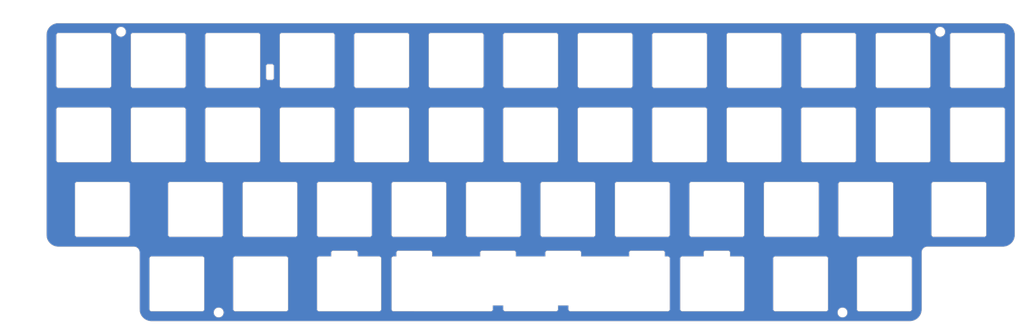
<source format=kicad_pcb>
(kicad_pcb (version 20221018) (generator pcbnew)
  (layers (0 "F.Cu" signal) (31 "B.Cu" signal) (34 "B.Paste" user) (35 "F.Paste" user) (36 "B.SilkS" user "B.Silkscreen") (37 "F.SilkS" user "F.Silkscreen") (38 "B.Mask" user) (39 "F.Mask" user) (44 "Edge.Cuts" user))
  (net 0 "")
  (gr_curve (pts (xy 192.37165 121.276605) (xy 192.095508 121.276605) (xy 191.87165 121.052748) (xy 191.87165 120.776605)) (stroke (width 0.09)) (layer "Edge.Cuts"))
  (gr_curve (pts (xy 198.691039 63.625605) (xy 198.691039 63.901748) (xy 198.467181 64.125605) (xy 198.191039 64.125605)) (stroke (width 0.09)) (layer "Edge.Cuts"))
  (gr_curve (pts (xy 232.31611 88.725605) (xy 232.31611 88.449462) (xy 232.539967 88.225605) (xy 232.81611 88.225605)) (stroke (width 0.09)) (layer "Edge.Cuts"))
  (gr_curve (pts (xy 274.891039 82.675605) (xy 274.891039 82.951748) (xy 274.667181 83.175605) (xy 274.391039 83.175605)) (stroke (width 0.09)) (layer "Edge.Cuts"))
  (gr_line (start 255.841039 69.675605) (end 255.841039 82.675605) (stroke (width 0.09)) (layer "Edge.Cuts"))
  (gr_line (start 108.491039 82.675605) (end 108.491039 69.675605) (stroke (width 0.09)) (layer "Edge.Cuts"))
  (gr_curve (pts (xy 179.141039 50.125605) (xy 179.417181 50.125605) (xy 179.641039 50.349463) (xy 179.641039 50.625605)) (stroke (width 0.09)) (layer "Edge.Cuts"))
  (gr_line (start 170.11611 88.725605) (end 170.11611 101.725605) (stroke (width 0.09)) (layer "Edge.Cuts"))
  (gr_curve (pts (xy 141.041039 50.125605) (xy 141.317181 50.125605) (xy 141.541039 50.349463) (xy 141.541039 50.625605)) (stroke (width 0.09)) (layer "Edge.Cuts"))
  (gr_line (start 141.041039 64.125605) (end 128.041039 64.125605) (stroke (width 0.09)) (layer "Edge.Cuts"))
  (gr_line (start 194.71611 88.225605) (end 207.71611 88.225605) (stroke (width 0.09)) (layer "Edge.Cuts"))
  (gr_curve (pts (xy 179.141039 69.175605) (xy 179.417181 69.175605) (xy 179.641039 69.399463) (xy 179.641039 69.675605)) (stroke (width 0.09)) (layer "Edge.Cuts"))
  (gr_curve (pts (xy 131.51611 88.225605) (xy 131.792252 88.225605) (xy 132.01611 88.449462) (xy 132.01611 88.725605)) (stroke (width 0.09)) (layer "Edge.Cuts"))
  (gr_curve (pts (xy 115.34665 120.776605) (xy 115.34665 121.052748) (xy 115.122792 121.276605) (xy 114.84665 121.276605)) (stroke (width 0.09)) (layer "Edge.Cuts"))
  (gr_curve (pts (xy 194.71611 102.225605) (xy 194.439967 102.225605) (xy 194.21611 102.001747) (xy 194.21611 101.725605)) (stroke (width 0.09)) (layer "Edge.Cuts"))
  (gr_line (start 203.741039 82.675605) (end 203.741039 69.675605) (stroke (width 0.09)) (layer "Edge.Cuts"))
  (gr_line (start 121.991039 64.125605) (end 108.991039 64.125605) (stroke (width 0.09)) (layer "Edge.Cuts"))
  (gr_curve (pts (xy 87.903815 61.60142) (xy 87.903815 61.848363) (xy 87.692152 62.095309) (xy 87.409928 62.095309)) (stroke (width 0.09)) (layer "Edge.Cuts"))
  (gr_line (start 175.16611 101.725605) (end 175.16611 88.725605) (stroke (width 0.09)) (layer "Edge.Cuts"))
  (gr_curve (pts (xy 213.76611 102.225605) (xy 213.489967 102.225605) (xy 213.26611 102.001747) (xy 213.26611 101.725605)) (stroke (width 0.09)) (layer "Edge.Cuts"))
  (gr_line (start 217.241039 83.175605) (end 204.241039 83.175605) (stroke (width 0.09)) (layer "Edge.Cuts"))
  (gr_line (start 163.259696 119.806605) (end 163.259697 120.776605) (stroke (width 0.09)) (layer "Edge.Cuts"))
  (gr_line (start 169.61611 102.225605) (end 156.61611 102.225605) (stroke (width 0.09)) (layer "Edge.Cuts"))
  (gr_line (start 146.590651 119.806605) (end 146.59065 120.773778) (stroke (width 0.09)) (layer "Edge.Cuts"))
  (gr_curve (pts (xy 189.16611 101.725605) (xy 189.16611 102.001747) (xy 188.942252 102.225605) (xy 188.66611 102.225605)) (stroke (width 0.09)) (layer "Edge.Cuts"))
  (gr_line (start 141.041039 83.175605) (end 128.041039 83.175605) (stroke (width 0.09)) (layer "Edge.Cuts"))
  (gr_curve (pts (xy 188.66565 121.276605) (xy 188.941792 121.276605) (xy 189.16565 121.052748) (xy 189.16565 120.776605)) (stroke (width 0.09)) (layer "Edge.Cuts"))
  (gr_line (start 70.10315 107.776605) (end 70.10315 120.776605) (stroke (width 0.09)) (layer "Edge.Cuts"))
  (gr_line (start 208.21611 88.725605) (end 208.21611 101.725605) (stroke (width 0.09)) (layer "Edge.Cuts"))
  (gr_line (start 65.341039 69.675605) (end 65.341039 82.675605) (stroke (width 0.09)) (layer "Edge.Cuts"))
  (gr_curve (pts (xy 255.841039 63.625605) (xy 255.841039 63.901748) (xy 255.617181 64.125605) (xy 255.341039 64.125605)) (stroke (width 0.09)) (layer "Edge.Cuts"))
  (gr_line (start 166.141039 50.125605) (end 179.141039 50.125605) (stroke (width 0.09)) (layer "Edge.Cuts"))
  (gr_line (start 146.59065 82.675605) (end 146.59065 69.675605) (stroke (width 0.09)) (layer "Edge.Cuts"))
  (gr_curve (pts (xy 277.41565 50.601605) (xy 277.41565 48.944751) (xy 276.072504 47.601605) (xy 274.41565 47.601605)) (stroke (width 0.09)) (layer "Edge.Cuts"))
  (gr_line (start 160.59065 50.625605) (end 160.59065 63.625605) (stroke (width 0.09)) (layer "Edge.Cuts"))
  (gr_curve (pts (xy 143.421297 121.276605) (xy 143.697439 121.276605) (xy 143.921297 121.052748) (xy 143.921297 120.776605)) (stroke (width 0.09)) (layer "Edge.Cuts"))
  (gr_curve (pts (xy 269.62815 88.225605) (xy 269.904292 88.225605) (xy 270.12815 88.449462) (xy 270.12815 88.725605)) (stroke (width 0.09)) (layer "Edge.Cuts"))
  (gr_line (start 103.441039 69.675605) (end 103.441039 82.675605) (stroke (width 0.09)) (layer "Edge.Cuts"))
  (gr_curve (pts (xy 85.928263 58.602809) (xy 85.928263 58.320587) (xy 86.139932 58.108919) (xy 86.422149 58.108919)) (stroke (width 0.09)) (layer "Edge.Cuts"))
  (gr_line (start 270.12815 88.725605) (end 270.12815 101.725605) (stroke (width 0.09)) (layer "Edge.Cuts"))
  (gr_curve (pts (xy 160.09065 50.125605) (xy 160.366792 50.125605) (xy 160.59065 50.349463) (xy 160.59065 50.625605)) (stroke (width 0.09)) (layer "Edge.Cuts"))
  (gr_line (start 198.191039 83.175605) (end 185.191039 83.175605) (stroke (width 0.09)) (layer "Edge.Cuts"))
  (gr_line (start 179.641039 50.625605) (end 179.641039 63.625605) (stroke (width 0.09)) (layer "Edge.Cuts"))
  (gr_curve (pts (xy 274.391039 69.175605) (xy 274.667181 69.175605) (xy 274.891039 69.399463) (xy 274.891039 69.675605)) (stroke (width 0.09)) (layer "Edge.Cuts"))
  (gr_curve (pts (xy 170.11611 101.725605) (xy 170.11611 102.001747) (xy 169.892252 102.225605) (xy 169.61611 102.225605)) (stroke (width 0.09)) (layer "Edge.Cuts"))
  (gr_line (start 87.903815 58.602809) (end 87.903815 61.60142) (stroke (width 0.09)) (layer "Edge.Cuts"))
  (gr_line (start 131.51611 102.225605) (end 118.51611 102.225605) (stroke (width 0.09)) (layer "Edge.Cuts"))
  (gr_curve (pts (xy 156.11611 88.725605) (xy 156.11611 88.449462) (xy 156.339967 88.225605) (xy 156.61611 88.225605)) (stroke (width 0.09)) (layer "Edge.Cuts"))
  (gr_line (start 255.10315 104.751605) (end 274.41565 104.751605) (stroke (width 0.09)) (layer "Edge.Cuts"))
  (gr_line (start 93.41611 102.225605) (end 80.41611 102.225605) (stroke (width 0.09)) (layer "Edge.Cuts"))
  (gr_curve (pts (xy 102.941039 69.175605) (xy 103.217181 69.175605) (xy 103.441039 69.399463) (xy 103.441039 69.675605)) (stroke (width 0.09)) (layer "Edge.Cuts"))
  (gr_curve (pts (xy 194.21611 88.725605) (xy 194.21611 88.449462) (xy 194.439967 88.225605) (xy 194.71611 88.225605)) (stroke (width 0.09)) (layer "Edge.Cuts"))
  (gr_curve (pts (xy 256.62815 102.225605) (xy 256.352008 102.225605) (xy 256.12815 102.001747) (xy 256.12815 101.725605)) (stroke (width 0.09)) (layer "Edge.Cuts"))
  (gr_line (start 179.141039 83.175605) (end 166.141039 83.175605) (stroke (width 0.09)) (layer "Edge.Cuts"))
  (gr_curve (pts (xy 51.341039 69.675605) (xy 51.341039 69.399463) (xy 51.564896 69.175605) (xy 51.841039 69.175605)) (stroke (width 0.09)) (layer "Edge.Cuts"))
  (gr_curve (pts (xy 102.58965 106.306605) (xy 102.58965 106.030463) (xy 102.813508 105.806605) (xy 103.08965 105.806605)) (stroke (width 0.09)) (layer "Edge.Cuts"))
  (gr_line (start 70.391039 63.625605) (end 70.391039 50.625605) (stroke (width 0.09)) (layer "Edge.Cuts"))
  (gr_curve (pts (xy 89.941039 83.175605) (xy 89.664896 83.175605) (xy 89.441039 82.951748) (xy 89.441039 82.675605)) (stroke (width 0.09)) (layer "Edge.Cuts"))
  (gr_line (start 102.589649 107.276605) (end 102.58965 106.306605) (stroke (width 0.09)) (layer "Edge.Cuts"))
  (gr_line (start 86.422149 58.108919) (end 87.409928 58.108919) (stroke (width 0.09)) (layer "Edge.Cuts"))
  (gr_line (start 141.541039 50.625605) (end 141.541039 63.625605) (stroke (width 0.09)) (layer "Edge.Cuts"))
  (gr_curve (pts (xy 99.46611 102.225605) (xy 99.189967 102.225605) (xy 98.96611 102.001747) (xy 98.96611 101.725605)) (stroke (width 0.09)) (layer "Edge.Cuts"))
  (gr_curve (pts (xy 128.38965 106.306605) (xy 128.38965 106.030463) (xy 128.165792 105.806605) (xy 127.88965 105.806605)) (stroke (width 0.09)) (layer "Edge.Cuts"))
  (gr_curve (pts (xy 51.841039 83.175605) (xy 51.564896 83.175605) (xy 51.341039 82.951748) (xy 51.341039 82.675605)) (stroke (width 0.09)) (layer "Edge.Cuts"))
  (gr_line (start 146.59065 63.625605) (end 146.59065 50.625605) (stroke (width 0.09)) (layer "Edge.Cuts"))
  (gr_curve (pts (xy 236.791039 63.625605) (xy 236.791039 63.901748) (xy 236.567181 64.125605) (xy 236.291039 64.125605)) (stroke (width 0.09)) (layer "Edge.Cuts"))
  (gr_circle (center 233.359634 121.601882) (end 234.609634 121.601882) (stroke (width 0.09)) (fill none) (layer "Edge.Cuts"))
  (gr_curve (pts (xy 160.09065 121.273778) (xy 160.366792 121.273778) (xy 160.59065 121.049921) (xy 160.59065 120.773778)) (stroke (width 0.09)) (layer "Edge.Cuts"))
  (gr_line (start 227.26611 88.725605) (end 227.26611 101.725605) (stroke (width 0.09)) (layer "Edge.Cuts"))
  (gr_line (start 260.891039 63.625605) (end 260.891039 50.625605) (stroke (width 0.09)) (layer "Edge.Cuts"))
  (gr_line (start 156.61611 88.225605) (end 169.61611 88.225605) (stroke (width 0.09)) (layer "Edge.Cuts"))
  (gr_line (start 108.991039 69.175605) (end 121.991039 69.175605) (stroke (width 0.09)) (layer "Edge.Cuts"))
  (gr_line (start 184.691039 82.675605) (end 184.691039 69.675605) (stroke (width 0.09)) (layer "Edge.Cuts"))
  (gr_curve (pts (xy 146.59065 50.625605) (xy 146.59065 50.349463) (xy 146.814508 50.125605) (xy 147.09065 50.125605)) (stroke (width 0.09)) (layer "Edge.Cuts"))
  (gr_line (start 147.09065 121.273778) (end 160.09065 121.273778) (stroke (width 0.09)) (layer "Edge.Cuts"))
  (gr_line (start 160.09065 83.175605) (end 147.09065 83.175605) (stroke (width 0.09)) (layer "Edge.Cuts"))
  (gr_curve (pts (xy 141.189975 105.806605) (xy 140.913833 105.806605) (xy 140.689975 106.030463) (xy 140.689975 106.306605)) (stroke (width 0.09)) (layer "Edge.Cuts"))
  (gr_line (start 156.11611 101.725605) (end 156.11611 88.725605) (stroke (width 0.09)) (layer "Edge.Cuts"))
  (gr_line (start 166.141039 69.175605) (end 179.141039 69.175605) (stroke (width 0.09)) (layer "Edge.Cuts"))
  (gr_line (start 64.841039 64.125605) (end 51.841039 64.125605) (stroke (width 0.09)) (layer "Edge.Cuts"))
  (gr_curve (pts (xy 108.991039 83.175605) (xy 108.714896 83.175605) (xy 108.491039 82.951748) (xy 108.491039 82.675605)) (stroke (width 0.09)) (layer "Edge.Cuts"))
  (gr_line (start 215.6469 120.776605) (end 215.6469 107.776605) (stroke (width 0.09)) (layer "Edge.Cuts"))
  (gr_line (start 29.76565 50.601605) (end 29.76565 101.751605) (stroke (width 0.09)) (layer "Edge.Cuts"))
  (gr_line (start 232.31611 101.725605) (end 232.31611 88.725605) (stroke (width 0.09)) (layer "Edge.Cuts"))
  (gr_line (start 85.928263 61.60142) (end 85.928263 58.602809) (stroke (width 0.09)) (layer "Edge.Cuts"))
  (gr_line (start 108.991039 50.125605) (end 121.991039 50.125605) (stroke (width 0.09)) (layer "Edge.Cuts"))
  (gr_curve (pts (xy 203.741039 50.625605) (xy 203.741039 50.349463) (xy 203.964896 50.125605) (xy 204.241039 50.125605)) (stroke (width 0.09)) (layer "Edge.Cuts"))
  (gr_line (start 118.01565 107.776624) (end 118.01565 120.773778) (stroke (width 0.09)) (layer "Edge.Cuts"))
  (gr_curve (pts (xy 112.96611 101.725605) (xy 112.96611 102.001747) (xy 112.742252 102.225605) (xy 112.46611 102.225605)) (stroke (width 0.09)) (layer "Edge.Cuts"))
  (gr_line (start 160.09065 64.125605) (end 147.09065 64.125605) (stroke (width 0.09)) (layer "Edge.Cuts"))
  (gr_curve (pts (xy 79.91611 88.725605) (xy 79.91611 88.449462) (xy 80.139967 88.225605) (xy 80.41611 88.225605)) (stroke (width 0.09)) (layer "Edge.Cuts"))
  (gr_curve (pts (xy 32.76565 47.601605) (xy 31.108796 47.601605) (xy 29.76565 48.944751) (xy 29.76565 50.601605)) (stroke (width 0.09)) (layer "Edge.Cuts"))
  (gr_curve (pts (xy 207.75265 107.276605) (xy 208.028792 107.276605) (xy 208.25265 107.500463) (xy 208.25265 107.776605)) (stroke (width 0.09)) (layer "Edge.Cuts"))
  (gr_curve (pts (xy 250.60315 123.801605) (xy 252.260004 123.801605) (xy 253.60315 122.45846) (xy 253.60315 120.801605)) (stroke (width 0.09)) (layer "Edge.Cuts"))
  (gr_curve (pts (xy 204.241039 83.175605) (xy 203.964896 83.175605) (xy 203.741039 82.951748) (xy 203.741039 82.675605)) (stroke (width 0.09)) (layer "Edge.Cuts"))
  (gr_line (start 245.81611 102.225605) (end 232.81611 102.225605) (stroke (width 0.09)) (layer "Edge.Cuts"))
  (gr_line (start 208.25265 107.776605) (end 208.25265 120.776605) (stroke (width 0.09)) (layer "Edge.Cuts"))
  (gr_line (start 140.689975 106.306605) (end 140.689975 107.273775) (stroke (width 0.09)) (layer "Edge.Cuts"))
  (gr_line (start 204.241039 50.125605) (end 217.241039 50.125605) (stroke (width 0.09)) (layer "Edge.Cuts"))
  (gr_line (start 222.791039 63.625605) (end 222.791039 50.625605) (stroke (width 0.09)) (layer "Edge.Cuts"))
  (gr_line (start 46.291039 50.625605) (end 46.291039 63.625605) (stroke (width 0.09)) (layer "Edge.Cuts"))
  (gr_curve (pts (xy 236.291039 69.175605) (xy 236.567181 69.175605) (xy 236.791039 69.399463) (xy 236.791039 69.675605)) (stroke (width 0.09)) (layer "Edge.Cuts"))
  (gr_curve (pts (xy 198.691039 82.675605) (xy 198.691039 82.951748) (xy 198.467181 83.175605) (xy 198.191039 83.175605)) (stroke (width 0.09)) (layer "Edge.Cuts"))
  (gr_curve (pts (xy 70.10315 120.776605) (xy 70.10315 121.052748) (xy 69.879292 121.276605) (xy 69.60315 121.276605)) (stroke (width 0.09)) (layer "Edge.Cuts"))
  (gr_line (start 83.891039 64.125605) (end 70.891039 64.125605) (stroke (width 0.09)) (layer "Edge.Cuts"))
  (gr_line (start 128.38965 107.276606) (end 128.38965 106.306605) (stroke (width 0.09)) (layer "Edge.Cuts"))
  (gr_line (start 255.341039 83.175605) (end 242.341039 83.175605) (stroke (width 0.09)) (layer "Edge.Cuts"))
  (gr_curve (pts (xy 222.791039 50.625605) (xy 222.791039 50.349463) (xy 223.014896 50.125605) (xy 223.291039 50.125605)) (stroke (width 0.09)) (layer "Edge.Cuts"))
  (gr_line (start 251.07815 107.776605) (end 251.07815 120.776605) (stroke (width 0.09)) (layer "Edge.Cuts"))
  (gr_curve (pts (xy 99.46565 121.276605) (xy 99.189508 121.276605) (xy 98.96565 121.052748) (xy 98.96565 120.776605)) (stroke (width 0.09)) (layer "Edge.Cuts"))
  (gr_line (start 65.341039 50.625605) (end 65.341039 63.625605) (stroke (width 0.09)) (layer "Edge.Cuts"))
  (gr_curve (pts (xy 213.26611 88.725605) (xy 213.26611 88.449462) (xy 213.489967 88.225605) (xy 213.76611 88.225605)) (stroke (width 0.09)) (layer "Edge.Cuts"))
  (gr_curve (pts (xy 232.81611 102.225605) (xy 232.539967 102.225605) (xy 232.31611 102.001747) (xy 232.31611 101.725605)) (stroke (width 0.09)) (layer "Edge.Cuts"))
  (gr_curve (pts (xy 166.48965 106.306605) (xy 166.48965 106.030463) (xy 166.265792 105.806605) (xy 165.98965 105.806605)) (stroke (width 0.09)) (layer "Edge.Cuts"))
  (gr_curve (pts (xy 160.59065 63.625605) (xy 160.59065 63.901748) (xy 160.366792 64.125605) (xy 160.09065 64.125605)) (stroke (width 0.09)) (layer "Edge.Cuts"))
  (gr_curve (pts (xy 236.291039 50.125605) (xy 236.567181 50.125605) (xy 236.791039 50.349463) (xy 236.791039 50.625605)) (stroke (width 0.09)) (layer "Edge.Cuts"))
  (gr_curve (pts (xy 255.841039 82.675605) (xy 255.841039 82.951748) (xy 255.617181 83.175605) (xy 255.341039 83.175605)) (stroke (width 0.09)) (layer "Edge.Cuts"))
  (gr_line (start 189.16611 88.725605) (end 189.16611 101.725605) (stroke (width 0.09)) (layer "Edge.Cuts"))
  (gr_line (start 102.941039 64.125605) (end 89.941039 64.125605) (stroke (width 0.09)) (layer "Edge.Cuts"))
  (gr_curve (pts (xy 250.57815 107.276605) (xy 250.854292 107.276605) (xy 251.07815 107.500463) (xy 251.07815 107.776605)) (stroke (width 0.09)) (layer "Edge.Cuts"))
  (gr_line (start 160.59065 69.675605) (end 160.59065 82.675605) (stroke (width 0.09)) (layer "Edge.Cuts"))
  (gr_curve (pts (xy 83.891039 69.175605) (xy 84.167181 69.175605) (xy 84.391039 69.399463) (xy 84.391039 69.675605)) (stroke (width 0.09)) (layer "Edge.Cuts"))
  (gr_line (start 274.891039 69.675605) (end 274.891039 82.675605) (stroke (width 0.09)) (layer "Edge.Cuts"))
  (gr_curve (pts (xy 253.60315 106.251605) (xy 253.60315 105.423178) (xy 254.274723 104.751605) (xy 255.10315 104.751605)) (stroke (width 0.09)) (layer "Edge.Cuts"))
  (gr_line (start 207.71611 102.225605) (end 194.71611 102.225605) (stroke (width 0.09)) (layer "Edge.Cuts"))
  (gr_line (start 118.51611 88.225605) (end 131.51611 88.225605) (stroke (width 0.09)) (layer "Edge.Cuts"))
  (gr_line (start 32.76565 104.751605) (end 52.07815 104.751605) (stroke (width 0.09)) (layer "Edge.Cuts"))
  (gr_line (start 74.86611 88.725605) (end 74.86611 101.725605) (stroke (width 0.09)) (layer "Edge.Cuts"))
  (gr_curve (pts (xy 132.01611 101.725605) (xy 132.01611 102.001747) (xy 131.792252 102.225605) (xy 131.51611 102.225605)) (stroke (width 0.09)) (layer "Edge.Cuts"))
  (gr_line (start 89.941039 50.125605) (end 102.941039 50.125605) (stroke (width 0.09)) (layer "Edge.Cuts"))
  (gr_curve (pts (xy 149.814697 106.306605) (xy 149.814697 106.030463) (xy 149.590839 105.806605) (xy 149.314697 105.806605)) (stroke (width 0.09)) (layer "Edge.Cuts"))
  (gr_curve (pts (xy 46.291039 82.675605) (xy 46.291039 82.951748) (xy 46.067181 83.175605) (xy 45.791039 83.175605)) (stroke (width 0.09)) (layer "Edge.Cuts"))
  (gr_curve (pts (xy 64.841039 50.125605) (xy 65.117181 50.125605) (xy 65.341039 50.349463) (xy 65.341039 50.625605)) (stroke (width 0.09)) (layer "Edge.Cuts"))
  (gr_line (start 147.09065 69.175605) (end 160.09065 69.175605) (stroke (width 0.09)) (layer "Edge.Cuts"))
  (gr_curve (pts (xy 84.391039 82.675605) (xy 84.391039 82.951748) (xy 84.167181 83.175605) (xy 83.891039 83.175605)) (stroke (width 0.09)) (layer "Edge.Cuts"))
  (gr_curve (pts (xy 241.841039 69.675605) (xy 241.841039 69.399463) (xy 242.064896 69.175605) (xy 242.341039 69.175605)) (stroke (width 0.09)) (layer "Edge.Cuts"))
  (gr_curve (pts (xy 32.291039 50.625605) (xy 32.291039 50.349463) (xy 32.514896 50.125605) (xy 32.791039 50.125605)) (stroke (width 0.09)) (layer "Edge.Cuts"))
  (gr_line (start 51.841039 69.175605) (end 64.841039 69.175605) (stroke (width 0.09)) (layer "Edge.Cuts"))
  (gr_line (start 69.60315 121.276605) (end 56.60315 121.276605) (stroke (width 0.09)) (layer "Edge.Cuts"))
  (gr_line (start 115.34665 107.776605) (end 115.34665 120.776605) (stroke (width 0.09)) (layer "Edge.Cuts"))
  (gr_curve (pts (xy 56.60315 121.276605) (xy 56.327008 121.276605) (xy 56.10315 121.052748) (xy 56.10315 120.776605)) (stroke (width 0.09)) (layer "Edge.Cuts"))
  (gr_line (start 51.341039 63.625605) (end 51.341039 50.625605) (stroke (width 0.09)) (layer "Edge.Cuts"))
  (gr_line (start 56.60315 107.276605) (end 69.60315 107.276605) (stroke (width 0.09)) (layer "Edge.Cuts"))
  (gr_line (start 61.36611 88.225605) (end 74.36611 88.225605) (stroke (width 0.09)) (layer "Edge.Cuts"))
  (gr_curve (pts (xy 274.41565 104.751605) (xy 276.072504 104.751605) (xy 277.41565 103.40846) (xy 277.41565 101.751605)) (stroke (width 0.09)) (layer "Edge.Cuts"))
  (gr_line (start 147.09065 50.125605) (end 160.09065 50.125605) (stroke (width 0.09)) (layer "Edge.Cuts"))
  (gr_line (start 84.391039 69.675605) (end 84.391039 82.675605) (stroke (width 0.09)) (layer "Edge.Cuts"))
  (gr_curve (pts (xy 89.441039 69.675605) (xy 89.441039 69.399463) (xy 89.664896 69.175605) (xy 89.941039 69.175605)) (stroke (width 0.09)) (layer "Edge.Cuts"))
  (gr_line (start 237.57815 107.276605) (end 250.57815 107.276605) (stroke (width 0.09)) (layer "Edge.Cuts"))
  (gr_line (start 192.37165 107.276605) (end 197.839649 107.276605) (stroke (width 0.09)) (layer "Edge.Cuts"))
  (gr_line (start 194.21611 101.725605) (end 194.21611 88.725605) (stroke (width 0.09)) (layer "Edge.Cuts"))
  (gr_line (start 250.57815 121.276605) (end 237.57815 121.276605) (stroke (width 0.09)) (layer "Edge.Cuts"))
  (gr_line (start 143.921298 119.806605) (end 146.590651 119.806605) (stroke (width 0.09)) (layer "Edge.Cuts"))
  (gr_curve (pts (xy 56.10315 107.776605) (xy 56.10315 107.500463) (xy 56.327008 107.276605) (xy 56.60315 107.276605)) (stroke (width 0.09)) (layer "Edge.Cuts"))
  (gr_line (start 80.41611 88.225605) (end 93.41611 88.225605) (stroke (width 0.09)) (layer "Edge.Cuts"))
  (gr_line (start 242.341039 50.125605) (end 255.341039 50.125605) (stroke (width 0.09)) (layer "Edge.Cuts"))
  (gr_line (start 179.141039 64.125605) (end 166.141039 64.125605) (stroke (width 0.09)) (layer "Edge.Cuts"))
  (gr_curve (pts (xy 187.915497 106.306605) (xy 187.915497 106.030463) (xy 187.691639 105.806605) (xy 187.415497 105.806605)) (stroke (width 0.09)) (layer "Edge.Cuts"))
  (gr_line (start 112.96611 88.725605) (end 112.96611 101.725605) (stroke (width 0.09)) (layer "Edge.Cuts"))
  (gr_line (start 187.915497 107.276605) (end 187.915497 106.306605) (stroke (width 0.09)) (layer "Edge.Cuts"))
  (gr_line (start 242.341039 69.175605) (end 255.341039 69.175605) (stroke (width 0.09)) (layer "Edge.Cuts"))
  (gr_line (start 56.57815 123.801605) (end 250.60315 123.801605) (stroke (width 0.09)) (layer "Edge.Cuts"))
  (gr_line (start 203.741039 63.625605) (end 203.741039 50.625605) (stroke (width 0.09)) (layer "Edge.Cuts"))
  (gr_line (start 119.26565 107.276606) (end 118.51565 107.276624) (stroke (width 0.09)) (layer "Edge.Cuts"))
  (gr_curve (pts (xy 156.61611 102.225605) (xy 156.339967 102.225605) (xy 156.11611 102.001747) (xy 156.11611 101.725605)) (stroke (width 0.09)) (layer "Edge.Cuts"))
  (gr_line (start 70.891039 50.125605) (end 83.891039 50.125605) (stroke (width 0.09)) (layer "Edge.Cuts"))
  (gr_curve (pts (xy 137.56611 102.225605) (xy 137.289967 102.225605) (xy 137.06611 102.001747) (xy 137.06611 101.725605)) (stroke (width 0.09)) (layer "Edge.Cuts"))
  (gr_line (start 45.791039 83.175605) (end 32.791039 83.175605) (stroke (width 0.09)) (layer "Edge.Cuts"))
  (gr_curve (pts (xy 91.0344 107.276605) (xy 91.310542 107.276605) (xy 91.5344 107.500463) (xy 91.5344 107.776605)) (stroke (width 0.09)) (layer "Edge.Cuts"))
  (gr_line (start 189.16565 120.776605) (end 189.16565 107.776605) (stroke (width 0.09)) (layer "Edge.Cuts"))
  (gr_curve (pts (xy 83.891039 50.125605) (xy 84.167181 50.125605) (xy 84.391039 50.349463) (xy 84.391039 50.625605)) (stroke (width 0.09)) (layer "Edge.Cuts"))
  (gr_curve (pts (xy 217.241039 69.175605) (xy 217.517181 69.175605) (xy 217.741039 69.399463) (xy 217.741039 69.675605)) (stroke (width 0.09)) (layer "Edge.Cuts"))
  (gr_line (start 32.791039 50.125605) (end 45.791039 50.125605) (stroke (width 0.09)) (layer "Edge.Cuts"))
  (gr_line (start 127.541039 82.675605) (end 127.541039 69.675605) (stroke (width 0.09)) (layer "Edge.Cuts"))
  (gr_line (start 157.36565 107.273775) (end 149.814697 107.273775) (stroke (width 0.09)) (layer "Edge.Cuts"))
  (gr_curve (pts (xy 128.041039 83.175605) (xy 127.764896 83.175605) (xy 127.541039 82.951748) (xy 127.541039 82.675605)) (stroke (width 0.09)) (layer "Edge.Cuts"))
  (gr_line (start 149.814697 107.273775) (end 149.814697 106.306605) (stroke (width 0.09)) (layer "Edge.Cuts"))
  (gr_curve (pts (xy 255.341039 50.125605) (xy 255.617181 50.125605) (xy 255.841039 50.349463) (xy 255.841039 50.625605)) (stroke (width 0.09)) (layer "Edge.Cuts"))
  (gr_curve (pts (xy 32.291039 69.675605) (xy 32.291039 69.399463) (xy 32.514896 69.175605) (xy 32.791039 69.175605)) (stroke (width 0.09)) (layer "Edge.Cuts"))
  (gr_curve (pts (xy 128.041039 64.125605) (xy 127.764896 64.125605) (xy 127.541039 63.901748) (xy 127.541039 63.625605)) (stroke (width 0.09)) (layer "Edge.Cuts"))
  (gr_line (start 32.291039 82.675605) (end 32.291039 69.675605) (stroke (width 0.09)) (layer "Edge.Cuts"))
  (gr_line (start 274.41565 47.601605) (end 32.76565 47.601605) (stroke (width 0.09)) (layer "Edge.Cuts"))
  (gr_curve (pts (xy 84.391039 63.625605) (xy 84.391039 63.901748) (xy 84.167181 64.125605) (xy 83.891039 64.125605)) (stroke (width 0.09)) (layer "Edge.Cuts"))
  (gr_line (start 197.839649 107.276605) (end 197.83965 106.306605) (stroke (width 0.09)) (layer "Edge.Cuts"))
  (gr_curve (pts (xy 237.57815 121.276605) (xy 237.302008 121.276605) (xy 237.07815 121.052748) (xy 237.07815 120.776605)) (stroke (width 0.09)) (layer "Edge.Cuts"))
  (gr_curve (pts (xy 261.391039 83.175605) (xy 261.114896 83.175605) (xy 260.891039 82.951748) (xy 260.891039 82.675605)) (stroke (width 0.09)) (layer "Edge.Cuts"))
  (gr_line (start 112.46611 102.225605) (end 99.46611 102.225605) (stroke (width 0.09)) (layer "Edge.Cuts"))
  (gr_line (start 165.641039 63.625605) (end 165.641039 50.625605) (stroke (width 0.09)) (layer "Edge.Cuts"))
  (gr_line (start 256.62815 88.225605) (end 269.62815 88.225605) (stroke (width 0.09)) (layer "Edge.Cuts"))
  (gr_curve (pts (xy 146.59065 120.773778) (xy 146.59065 121.049921) (xy 146.814508 121.273778) (xy 147.09065 121.273778)) (stroke (width 0.09)) (layer "Edge.Cuts"))
  (gr_curve (pts (xy 270.12815 101.725605) (xy 270.12815 102.001747) (xy 269.904292 102.225605) (xy 269.62815 102.225605)) (stroke (width 0.09)) (layer "Edge.Cuts"))
  (gr_line (start 255.341039 64.125605) (end 242.341039 64.125605) (stroke (width 0.09)) (layer "Edge.Cuts"))
  (gr_line (start 187.415497 105.806605) (end 179.289325 105.806605) (stroke (width 0.09)) (layer "Edge.Cuts"))
  (gr_line (start 132.01611 88.725605) (end 132.01611 101.725605) (stroke (width 0.09)) (layer "Edge.Cuts"))
  (gr_line (start 165.641039 82.675605) (end 165.641039 69.675605) (stroke (width 0.09)) (layer "Edge.Cuts"))
  (gr_line (start 198.691039 50.625605) (end 198.691039 63.625605) (stroke (width 0.09)) (layer "Edge.Cuts"))
  (gr_line (start 261.391039 69.175605) (end 274.391039 69.175605) (stroke (width 0.09)) (layer "Edge.Cuts"))
  (gr_line (start 127.88965 105.806605) (end 119.76565 105.806605) (stroke (width 0.09)) (layer "Edge.Cuts"))
  (gr_curve (pts (xy 191.87165 107.776605) (xy 191.87165 107.500463) (xy 192.095508 107.276605) (xy 192.37165 107.276605)) (stroke (width 0.09)) (layer "Edge.Cuts"))
  (gr_curve (pts (xy 151.06611 101.725605) (xy 151.06611 102.001747) (xy 150.842252 102.225605) (xy 150.56611 102.225605)) (stroke (width 0.09)) (layer "Edge.Cuts"))
  (gr_line (start 216.1469 107.276605) (end 229.1469 107.276605) (stroke (width 0.09)) (layer "Edge.Cuts"))
  (gr_curve (pts (xy 114.84665 107.276605) (xy 115.122792 107.276605) (xy 115.34665 107.500463) (xy 115.34665 107.776605)) (stroke (width 0.09)) (layer "Edge.Cuts"))
  (gr_curve (pts (xy 185.191039 83.175605) (xy 184.914896 83.175605) (xy 184.691039 82.951748) (xy 184.691039 82.675605)) (stroke (width 0.09)) (layer "Edge.Cuts"))
  (gr_line (start 274.891039 50.625605) (end 274.891039 63.625605) (stroke (width 0.09)) (layer "Edge.Cuts"))
  (gr_curve (pts (xy 241.841039 50.625605) (xy 241.841039 50.349463) (xy 242.064896 50.125605) (xy 242.341039 50.125605)) (stroke (width 0.09)) (layer "Edge.Cuts"))
  (gr_curve (pts (xy 65.341039 63.625605) (xy 65.341039 63.901748) (xy 65.117181 64.125605) (xy 64.841039 64.125605)) (stroke (width 0.09)) (layer "Edge.Cuts"))
  (gr_curve (pts (xy 227.26611 101.725605) (xy 227.26611 102.001747) (xy 227.042252 102.225605) (xy 226.76611 102.225605)) (stroke (width 0.09)) (layer "Edge.Cuts"))
  (gr_line (start 108.491039 63.625605) (end 108.491039 50.625605) (stroke (width 0.09)) (layer "Edge.Cuts"))
  (gr_line (start 274.391039 83.175605) (end 261.391039 83.175605) (stroke (width 0.09)) (layer "Edge.Cuts"))
  (gr_curve (pts (xy 215.6469 107.776605) (xy 215.6469 107.500463) (xy 215.870758 107.276605) (xy 216.1469 107.276605)) (stroke (width 0.09)) (layer "Edge.Cuts"))
  (gr_curve (pts (xy 98.96611 88.725605) (xy 98.96611 88.449462) (xy 99.189967 88.225605) (xy 99.46611 88.225605)) (stroke (width 0.09)) (layer "Edge.Cuts"))
  (gr_curve (pts (xy 160.59065 82.675605) (xy 160.59065 82.951748) (xy 160.366792 83.175605) (xy 160.09065 83.175605)) (stroke (width 0.09)) (layer "Edge.Cuts"))
  (gr_curve (pts (xy 121.991039 69.175605) (xy 122.267181 69.175605) (xy 122.491039 69.399463) (xy 122.491039 69.675605)) (stroke (width 0.09)) (layer "Edge.Cuts"))
  (gr_curve (pts (xy 122.491039 63.625605) (xy 122.491039 63.901748) (xy 122.267181 64.125605) (xy 121.991039 64.125605)) (stroke (width 0.09)) (layer "Edge.Cuts"))
  (gr_line (start 241.841039 82.675605) (end 241.841039 69.675605) (stroke (width 0.09)) (layer "Edge.Cuts"))
  (gr_curve (pts (xy 52.07815 104.751605) (xy 52.906577 104.751605) (xy 53.57815 105.423178) (xy 53.57815 106.251605)) (stroke (width 0.09)) (layer "Edge.Cuts"))
  (gr_line (start 204.58965 106.306605) (end 204.589649 107.276605) (stroke (width 0.09)) (layer "Edge.Cuts"))
  (gr_curve (pts (xy 197.83965 106.306605) (xy 197.83965 106.030463) (xy 198.063508 105.806605) (xy 198.33965 105.806605)) (stroke (width 0.09)) (layer "Edge.Cuts"))
  (gr_curve (pts (xy 119.76565 105.806605) (xy 119.489508 105.806605) (xy 119.26565 106.030463) (xy 119.26565 106.306605)) (stroke (width 0.09)) (layer "Edge.Cuts"))
  (gr_circle (center 258.34866 49.801984) (end 259.59866 49.801984) (stroke (width 0.09)) (fill none) (layer "Edge.Cuts"))
  (gr_line (start 175.66611 88.225605) (end 188.66611 88.225605) (stroke (width 0.09)) (layer "Edge.Cuts"))
  (gr_line (start 122.491039 50.625605) (end 122.491039 63.625605) (stroke (width 0.09)) (layer "Edge.Cuts"))
  (gr_line (start 89.441039 63.625605) (end 89.441039 50.625605) (stroke (width 0.09)) (layer "Edge.Cuts"))
  (gr_line (start 213.76611 88.225605) (end 226.76611 88.225605) (stroke (width 0.09)) (layer "Edge.Cuts"))
  (gr_curve (pts (xy 251.07815 120.776605) (xy 251.07815 121.052748) (xy 250.854292 121.276605) (xy 250.57815 121.276605)) (stroke (width 0.09)) (layer "Edge.Cuts"))
  (gr_curve (pts (xy 46.291039 63.625605) (xy 46.291039 63.901748) (xy 46.067181 64.125605) (xy 45.791039 64.125605)) (stroke (width 0.09)) (layer "Edge.Cuts"))
  (gr_line (start 204.589649 107.276605) (end 207.75265 107.276605) (stroke (width 0.09)) (layer "Edge.Cuts"))
  (gr_line (start 163.759697 121.276605) (end 188.66565 121.276605) (stroke (width 0.09)) (layer "Edge.Cuts"))
  (gr_curve (pts (xy 32.791039 83.175605) (xy 32.514896 83.175605) (xy 32.291039 82.951748) (xy 32.291039 82.675605)) (stroke (width 0.09)) (layer "Edge.Cuts"))
  (gr_line (start 78.0344 107.276605) (end 91.0344 107.276605) (stroke (width 0.09)) (layer "Edge.Cuts"))
  (gr_curve (pts (xy 65.341039 82.675605) (xy 65.341039 82.951748) (xy 65.117181 83.175605) (xy 64.841039 83.175605)) (stroke (width 0.09)) (layer "Edge.Cuts"))
  (gr_curve (pts (xy 127.541039 69.675605) (xy 127.541039 69.399463) (xy 127.764896 69.175605) (xy 128.041039 69.175605)) (stroke (width 0.09)) (layer "Edge.Cuts"))
  (gr_curve (pts (xy 112.46611 88.225605) (xy 112.742252 88.225605) (xy 112.96611 88.449462) (xy 112.96611 88.725605)) (stroke (width 0.09)) (layer "Edge.Cuts"))
  (gr_curve (pts (xy 216.1469 121.276605) (xy 215.870758 121.276605) (xy 215.6469 121.052748) (xy 215.6469 120.776605)) (stroke (width 0.09)) (layer "Edge.Cuts"))
  (gr_curve (pts (xy 198.191039 50.125605) (xy 198.467181 50.125605) (xy 198.691039 50.349463) (xy 198.691039 50.625605)) (stroke (width 0.09)) (layer "Edge.Cuts"))
  (gr_curve (pts (xy 223.291039 83.175605) (xy 223.014896 83.175605) (xy 222.791039 82.951748) (xy 222.791039 82.675605)) (stroke (width 0.09)) (layer "Edge.Cuts"))
  (gr_curve (pts (xy 70.391039 50.625605) (xy 70.391039 50.349463) (xy 70.614896 50.125605) (xy 70.891039 50.125605)) (stroke (width 0.09)) (layer "Edge.Cuts"))
  (gr_line (start 99.46565 107.276605) (end 102.589649 107.276605) (stroke (width 0.09)) (layer "Edge.Cuts"))
  (gr_line (start 178.789325 106.306605) (end 178.789325 107.276606) (stroke (width 0.09)) (layer "Edge.Cuts"))
  (gr_line (start 160.59065 120.773778) (end 160.590652 119.806605) (stroke (width 0.09)) (layer "Edge.Cuts"))
  (gr_line (start 140.689975 107.273775) (end 128.38965 107.276606) (stroke (width 0.09)) (layer "Edge.Cuts"))
  (gr_curve (pts (xy 103.441039 82.675605) (xy 103.441039 82.951748) (xy 103.217181 83.175605) (xy 102.941039 83.175605)) (stroke (width 0.09)) (layer "Edge.Cuts"))
  (gr_line (start 236.291039 64.125605) (end 223.291039 64.125605) (stroke (width 0.09)) (layer "Edge.Cuts"))
  (gr_line (start 51.341039 82.675605) (end 51.341039 69.675605) (stroke (width 0.09)) (layer "Edge.Cuts"))
  (gr_line (start 79.91611 101.725605) (end 79.91611 88.725605) (stroke (width 0.09)) (layer "Edge.Cuts"))
  (gr_curve (pts (xy 74.86611 101.725605) (xy 74.86611 102.001747) (xy 74.642252 102.225605) (xy 74.36611 102.225605)) (stroke (width 0.09)) (layer "Edge.Cuts"))
  (gr_curve (pts (xy 86.422149 62.095309) (xy 86.139926 62.095309) (xy 85.928263 61.883643) (xy 85.928263 61.60142)) (stroke (width 0.09)) (layer "Edge.Cuts"))
  (gr_curve (pts (xy 53.57815 120.801605) (xy 53.57815 122.45846) (xy 54.921296 123.801605) (xy 56.57815 123.801605)) (stroke (width 0.09)) (layer "Edge.Cuts"))
  (gr_line (start 98.96611 101.725605) (end 98.96611 88.725605) (stroke (width 0.09)) (layer "Edge.Cuts"))
  (gr_curve (pts (xy 165.641039 50.625605) (xy 165.641039 50.349463) (xy 165.864896 50.125605) (xy 166.141039 50.125605)) (stroke (width 0.09)) (layer "Edge.Cuts"))
  (gr_curve (pts (xy 184.691039 50.625605) (xy 184.691039 50.349463) (xy 184.914896 50.125605) (xy 185.191039 50.125605)) (stroke (width 0.09)) (layer "Edge.Cuts"))
  (gr_curve (pts (xy 217.741039 63.625605) (xy 217.741039 63.901748) (xy 217.517181 64.125605) (xy 217.241039 64.125605)) (stroke (width 0.09)) (layer "Edge.Cuts"))
  (gr_curve (pts (xy 222.791039 69.675605) (xy 222.791039 69.399463) (xy 223.014896 69.175605) (xy 223.291039 69.175605)) (stroke (width 0.09)) (layer "Edge.Cuts"))
  (gr_curve (pts (xy 32.791039 64.125605) (xy 32.514896 64.125605) (xy 32.291039 63.901748) (xy 32.291039 63.625605)) (stroke (width 0.09)) (layer "Edge.Cuts"))
  (gr_line (start 32.291039 63.625605) (end 32.291039 50.625605) (stroke (width 0.09)) (layer "Edge.Cuts"))
  (gr_curve (pts (xy 157.86565 105.806605) (xy 157.589508 105.806605) (xy 157.36565 106.030463) (xy 157.36565 106.306605)) (stroke (width 0.09)) (layer "Edge.Cuts"))
  (gr_line (start 204.241039 69.175605) (end 217.241039 69.175605) (stroke (width 0.09)) (layer "Edge.Cuts"))
  (gr_line (start 166.48965 107.276606) (end 166.48965 106.306605) (stroke (width 0.09)) (layer "Edge.Cuts"))
  (gr_line (start 56.10315 120.776605) (end 56.10315 107.776605) (stroke (width 0.09)) (layer "Edge.Cuts"))
  (gr_line (start 198.33965 105.806605) (end 204.08965 105.806605) (stroke (width 0.09)) (layer "Edge.Cuts"))
  (gr_curve (pts (xy 108.991039 64.125605) (xy 108.714896 64.125605) (xy 108.491039 63.901748) (xy 108.491039 63.625605)) (stroke (width 0.09)) (layer "Edge.Cuts"))
  (gr_line (start 229.1469 121.276605) (end 216.1469 121.276605) (stroke (width 0.09)) (layer "Edge.Cuts"))
  (gr_curve (pts (xy 93.41611 88.225605) (xy 93.692252 88.225605) (xy 93.91611 88.449462) (xy 93.91611 88.725605)) (stroke (width 0.09)) (layer "Edge.Cuts"))
  (gr_line (start 60.86611 101.725605) (end 60.86611 88.725605) (stroke (width 0.09)) (layer "Edge.Cuts"))
  (gr_line (start 84.391039 50.625605) (end 84.391039 63.625605) (stroke (width 0.09)) (layer "Edge.Cuts"))
  (gr_curve (pts (xy 166.141039 83.175605) (xy 165.864896 83.175605) (xy 165.641039 82.951748) (xy 165.641039 82.675605)) (stroke (width 0.09)) (layer "Edge.Cuts"))
  (gr_curve (pts (xy 108.83965 105.806605) (xy 109.115792 105.806605) (xy 109.33965 106.030463) (xy 109.33965 106.306605)) (stroke (width 0.09)) (layer "Edge.Cuts"))
  (gr_curve (pts (xy 45.791039 69.175605) (xy 46.067181 69.175605) (xy 46.291039 69.399463) (xy 46.291039 69.675605)) (stroke (width 0.09)) (layer "Edge.Cuts"))
  (gr_line (start 236.291039 83.175605) (end 223.291039 83.175605) (stroke (width 0.09)) (layer "Edge.Cuts"))
  (gr_curve (pts (xy 274.391039 50.125605) (xy 274.667181 50.125605) (xy 274.891039 50.349463) (xy 274.891039 50.625605)) (stroke (width 0.09)) (layer "Edge.Cuts"))
  (gr_curve (pts (xy 51.05315 101.725592) (xy 51.05315 102.001734) (xy 50.829292 102.225592) (xy 50.55315 102.225592)) (stroke (width 0.09)) (layer "Edge.Cuts"))
  (gr_curve (pts (xy 189.16565 107.776605) (xy 189.16565 107.500463) (xy 188.941792 107.276605) (xy 188.66565 107.276605)) (stroke (width 0.09)) (layer "Edge.Cuts"))
  (gr_curve (pts (xy 150.56611 88.225605) (xy 150.842252 88.225605) (xy 151.06611 88.449462) (xy 151.06611 88.725605)) (stroke (width 0.09)) (layer "Edge.Cuts"))
  (gr_curve (pts (xy 60.86611 88.725605) (xy 60.86611 88.449462) (xy 61.089967 88.225605) (xy 61.36611 88.225605)) (stroke (width 0.09)) (layer "Edge.Cuts"))
  (gr_line (start 53.57815 106.251605) (end 53.57815 120.801605) (stroke (width 0.09)) (layer "Edge.Cuts"))
  (gr_curve (pts (xy 77.5344 107.776605) (xy 77.5344 107.500463) (xy 77.758258 107.276605) (xy 78.0344 107.276605)) (stroke (width 0.09)) (layer "Edge.Cuts"))
  (gr_curve (pts (xy 160.09065 69.175605) (xy 160.366792 69.175605) (xy 160.59065 69.399463) (xy 160.59065 69.675605)) (stroke (width 0.09)) (layer "Edge.Cuts"))
  (gr_line (start 188.66611 102.225605) (end 175.66611 102.225605) (stroke (width 0.09)) (layer "Edge.Cuts"))
  (gr_line (start 114.84665 121.276605) (end 99.46565 121.276605) (stroke (width 0.09)) (layer "Edge.Cuts"))
  (gr_line (start 45.791039 64.125605) (end 32.791039 64.125605) (stroke (width 0.09)) (layer "Edge.Cuts"))
  (gr_curve (pts (xy 74.36611 88.225605) (xy 74.642252 88.225605) (xy 74.86611 88.449462) (xy 74.86611 88.725605)) (stroke (width 0.09)) (layer "Edge.Cuts"))
  (gr_line (start 253.60315 120.801605) (end 253.60315 106.251605) (stroke (width 0.09)) (layer "Edge.Cuts"))
  (gr_curve (pts (xy 70.891039 64.125605) (xy 70.614896 64.125605) (xy 70.391039 63.901748) (xy 70.391039 63.625605)) (stroke (width 0.09)) (layer "Edge.Cuts"))
  (gr_curve (pts (xy 169.61611 88.225605) (xy 169.892252 88.225605) (xy 170.11611 88.449462) (xy 170.11611 88.725605)) (stroke (width 0.09)) (layer "Edge.Cuts"))
  (gr_curve (pts (xy 245.81611 88.225605) (xy 246.092252 88.225605) (xy 246.31611 88.449462) (xy 246.31611 88.725605)) (stroke (width 0.09)) (layer "Edge.Cuts"))
  (gr_line (start 99.46611 88.225605) (end 112.46611 88.225605) (stroke (width 0.09)) (layer "Edge.Cuts"))
  (gr_line (start 70.891039 69.175605) (end 83.891039 69.175605) (stroke (width 0.09)) (layer "Edge.Cuts"))
  (gr_curve (pts (xy 118.51565 107.276624) (xy 118.239508 107.276624) (xy 118.01565 107.500482) (xy 118.01565 107.776624)) (stroke (width 0.09)) (layer "Edge.Cuts"))
  (gr_curve (pts (xy 70.391039 69.675605) (xy 70.391039 69.399463) (xy 70.614896 69.175605) (xy 70.891039 69.175605)) (stroke (width 0.09)) (layer "Edge.Cuts"))
  (gr_curve (pts (xy 163.259697 120.776605) (xy 163.259697 121.052748) (xy 163.483554 121.276605) (xy 163.759697 121.276605)) (stroke (width 0.09)) (layer "Edge.Cuts"))
  (gr_curve (pts (xy 118.51611 102.225605) (xy 118.239967 102.225605) (xy 118.01611 102.001747) (xy 118.01611 101.725605)) (stroke (width 0.09)) (layer "Edge.Cuts"))
  (gr_curve (pts (xy 175.66611 102.225605) (xy 175.389967 102.225605) (xy 175.16611 102.001747) (xy 175.16611 101.725605)) (stroke (width 0.09)) (layer "Edge.Cuts"))
  (gr_line (start 51.841039 50.125605) (end 64.841039 50.125605) (stroke (width 0.09)) (layer "Edge.Cuts"))
  (gr_line (start 119.26565 106.306605) (end 119.26565 107.276606) (stroke (width 0.09)) (layer "Edge.Cuts"))
  (gr_line (start 121.991039 83.175605) (end 108.991039 83.175605) (stroke (width 0.09)) (layer "Edge.Cuts"))
  (gr_circle (center 48.813758 49.802079) (end 50.063758 49.802079) (stroke (width 0.09)) (fill none) (layer "Edge.Cuts"))
  (gr_curve (pts (xy 51.341039 50.625605) (xy 51.341039 50.349463) (xy 51.564896 50.125605) (xy 51.841039 50.125605)) (stroke (width 0.09)) (layer "Edge.Cuts"))
  (gr_line (start 64.841039 83.175605) (end 51.841039 83.175605) (stroke (width 0.09)) (layer "Edge.Cuts"))
  (gr_curve (pts (xy 260.891039 50.625605) (xy 260.891039 50.349463) (xy 261.114896 50.125605) (xy 261.391039 50.125605)) (stroke (width 0.09)) (layer "Edge.Cuts"))
  (gr_curve (pts (xy 217.241039 50.125605) (xy 217.517181 50.125605) (xy 217.741039 50.349463) (xy 217.741039 50.625605)) (stroke (width 0.09)) (layer "Edge.Cuts"))
  (gr_curve (pts (xy 37.05315 88.725592) (xy 37.05315 88.449449) (xy 37.277008 88.225592) (xy 37.55315 88.225592)) (stroke (width 0.09)) (layer "Edge.Cuts"))
  (gr_line (start 188.66565 107.276605) (end 187.915497 107.276605) (stroke (width 0.09)) (layer "Edge.Cuts"))
  (gr_line (start 198.691039 69.675605) (end 198.691039 82.675605) (stroke (width 0.09)) (layer "Edge.Cuts"))
  (gr_line (start 50.55315 102.225592) (end 37.55315 102.225592) (stroke (width 0.09)) (layer "Edge.Cuts"))
  (gr_line (start 109.33965 106.306605) (end 109.339647 107.276605) (stroke (width 0.09)) (layer "Edge.Cuts"))
  (gr_curve (pts (xy 69.60315 107.276605) (xy 69.879292 107.276605) (xy 70.10315 107.500463) (xy 70.10315 107.776605)) (stroke (width 0.09)) (layer "Edge.Cuts"))
  (gr_curve (pts (xy 242.341039 64.125605) (xy 242.064896 64.125605) (xy 241.841039 63.901748) (xy 241.841039 63.625605)) (stroke (width 0.09)) (layer "Edge.Cuts"))
  (gr_line (start 151.06611 88.725605) (end 151.06611 101.725605) (stroke (width 0.09)) (layer "Edge.Cuts"))
  (gr_curve (pts (xy 102.941039 50.125605) (xy 103.217181 50.125605) (xy 103.441039 50.349463) (xy 103.441039 50.625605)) (stroke (width 0.09)) (layer "Edge.Cuts"))
  (gr_curve (pts (xy 185.191039 64.125605) (xy 184.914896 64.125605) (xy 184.691039 63.901748) (xy 184.691039 63.625605)) (stroke (width 0.09)) (layer "Edge.Cuts"))
  (gr_line (start 160.590652 119.806605) (end 163.259696 119.806605) (stroke (width 0.09)) (layer "Edge.Cuts"))
  (gr_line (start 217.741039 69.675605) (end 217.741039 82.675605) (stroke (width 0.09)) (layer "Edge.Cuts"))
  (gr_curve (pts (xy 236.791039 82.675605) (xy 236.791039 82.951748) (xy 236.567181 83.175605) (xy 236.291039 83.175605)) (stroke (width 0.09)) (layer "Edge.Cuts"))
  (gr_line (start 184.691039 63.625605) (end 184.691039 50.625605) (stroke (width 0.09)) (layer "Edge.Cuts"))
  (gr_curve (pts (xy 122.491039 82.675605) (xy 122.491039 82.951748) (xy 122.267181 83.175605) (xy 121.991039 83.175605)) (stroke (width 0.09)) (layer "Edge.Cuts"))
  (gr_curve (pts (xy 51.841039 64.125605) (xy 51.564896 64.125605) (xy 51.341039 63.901748) (xy 51.341039 63.625605)) (stroke (width 0.09)) (layer "Edge.Cuts"))
  (gr_line (start 237.07815 120.776605) (end 237.07815 107.776605) (stroke (width 0.09)) (layer "Edge.Cuts"))
  (gr_curve (pts (xy 121.991039 50.125605) (xy 122.267181 50.125605) (xy 122.491039 50.349463) (xy 122.491039 50.625605)) (stroke (width 0.09)) (layer "Edge.Cuts"))
  (gr_curve (pts (xy 184.691039 69.675605) (xy 184.691039 69.399463) (xy 184.914896 69.175605) (xy 185.191039 69.175605)) (stroke (width 0.09)) (layer "Edge.Cuts"))
  (gr_curve (pts (xy 50.55315 88.225592) (xy 50.829292 88.225592) (xy 51.05315 88.449449) (xy 51.05315 88.725592)) (stroke (width 0.09)) (layer "Edge.Cuts"))
  (gr_line (start 91.5344 107.776605) (end 91.5344 120.776605) (stroke (width 0.09)) (layer "Edge.Cuts"))
  (gr_line (start 37.05315 101.725592) (end 37.05315 88.725592) (stroke (width 0.09)) (layer "Edge.Cuts"))
  (gr_curve (pts (xy 208.25265 120.776605) (xy 208.25265 121.052748) (xy 208.028792 121.276605) (xy 207.75265 121.276605)) (stroke (width 0.09)) (layer "Edge.Cuts"))
  (gr_curve (pts (xy 45.791039 50.125605) (xy 46.067181 50.125605) (xy 46.291039 50.349463) (xy 46.291039 50.625605)) (stroke (width 0.09)) (layer "Edge.Cuts"))
  (gr_line (start 150.56611 102.225605) (end 137.56611 102.225605) (stroke (width 0.09)) (layer "Edge.Cuts"))
  (gr_line (start 269.62815 102.225605) (end 256.62815 102.225605) (stroke (width 0.09)) (layer "Edge.Cuts"))
  (gr_line (start 51.05315 88.725592) (end 51.05315 101.725592) (stroke (width 0.09)) (layer "Edge.Cuts"))
  (gr_curve (pts (xy 229.1469 107.276605) (xy 229.423042 107.276605) (xy 229.6469 107.500463) (xy 229.6469 107.776605)) (stroke (width 0.09)) (layer "Edge.Cuts"))
  (gr_line (start 256.12815 101.725605) (end 256.12815 88.725605) (stroke (width 0.09)) (layer "Edge.Cuts"))
  (gr_curve (pts (xy 207.71611 88.225605) (xy 207.992252 88.225605) (xy 208.21611 88.449462) (xy 208.21611 88.725605)) (stroke (width 0.09)) (layer "Edge.Cuts"))
  (gr_line (start 93.91611 88.725605) (end 93.91611 101.725605) (stroke (width 0.09)) (layer "Edge.Cuts"))
  (gr_line (start 277.41565 101.751605) (end 277.41565 50.601605) (stroke (width 0.09)) (layer "Edge.Cuts"))
  (gr_curve (pts (xy 80.41611 102.225605) (xy 80.139967 102.225605) (xy 79.91611 102.001747) (xy 79.91611 101.725605)) (stroke (width 0.09)) (layer "Edge.Cuts"))
  (gr_curve (pts (xy 217.741039 82.675605) (xy 217.741039 82.951748) (xy 217.517181 83.175605) (xy 217.241039 83.175605)) (stroke (width 0.09)) (layer "Edge.Cuts"))
  (gr_curve (pts (xy 118.01611 88.725605) (xy 118.01611 88.449462) (xy 118.239967 88.225605) (xy 118.51611 88.225605)) (stroke (width 0.09)) (layer "Edge.Cuts"))
  (gr_curve (pts (xy 165.641039 69.675605) (xy 165.641039 69.399463) (xy 165.864896 69.175605) (xy 166.141039 69.175605)) (stroke (width 0.09)) (layer "Edge.Cuts"))
  (gr_line (start 179.641039 69.675605) (end 179.641039 82.675605) (stroke (width 0.09)) (layer "Edge.Cuts"))
  (gr_line (start 102.941039 83.175605) (end 89.941039 83.175605) (stroke (width 0.09)) (layer "Edge.Cuts"))
  (gr_line (start 141.541039 69.675605) (end 141.541039 82.675605) (stroke (width 0.09)) (layer "Edge.Cuts"))
  (gr_curve (pts (xy 229.6469 120.776605) (xy 229.6469 121.052748) (xy 229.423042 121.276605) (xy 229.1469 121.276605)) (stroke (width 0.09)) (layer "Edge.Cuts"))
  (gr_curve (pts (xy 108.491039 50.625605) (xy 108.491039 50.349463) (xy 108.714896 50.125605) (xy 108.991039 50.125605)) (stroke (width 0.09)) (layer "Edge.Cuts"))
  (gr_line (start 226.76611 102.225605) (end 213.76611 102.225605) (stroke (width 0.09)) (layer "Edge.Cuts"))
  (gr_line (start 255.841039 50.625605) (end 255.841039 63.625605) (stroke (width 0.09)) (layer "Edge.Cuts"))
  (gr_curve (pts (xy 198.191039 69.175605) (xy 198.467181 69.175605) (xy 198.691039 69.399463) (xy 198.691039 69.675605)) (stroke (width 0.09)) (layer "Edge.Cuts"))
  (gr_curve (pts (xy 179.289325 105.806605) (xy 179.013183 105.806605) (xy 178.789325 106.030463) (xy 178.789325 106.306605)) (stroke (width 0.09)) (layer "Edge.Cuts"))
  (gr_curve (pts (xy 166.141039 64.125605) (xy 165.864896 64.125605) (xy 165.641039 63.901748) (xy 165.641039 63.625605)) (stroke (width 0.09)) (layer "Edge.Cuts"))
  (gr_line (start 103.441039 50.625605) (end 103.441039 63.625605) (stroke (width 0.09)) (layer "Edge.Cuts"))
  (gr_line (start 222.791039 82.675605) (end 222.791039 69.675605) (stroke (width 0.09)) (layer "Edge.Cuts"))
  (gr_line (start 217.741039 50.625605) (end 217.741039 63.625605) (stroke (width 0.09)) (layer "Edge.Cuts"))
  (gr_curve (pts (xy 226.76611 88.225605) (xy 227.042252 88.225605) (xy 227.26611 88.449462) (xy 227.26611 88.725605)) (stroke (width 0.09)) (layer "Edge.Cuts"))
  (gr_curve (pts (xy 61.36611 102.225605) (xy 61.089967 102.225605) (xy 60.86611 102.001747) (xy 60.86611 101.725605)) (stroke (width 0.09)) (layer "Edge.Cuts"))
  (gr_curve (pts (xy 108.491039 69.675605) (xy 108.491039 69.399463) (xy 108.714896 69.175605) (xy 108.991039 69.175605)) (stroke (width 0.09)) (layer "Edge.Cuts"))
  (gr_curve (pts (xy 78.0344 121.276605) (xy 77.758258 121.276605) (xy 77.5344 121.052748) (xy 77.5344 120.776605)) (stroke (width 0.09)) (layer "Edge.Cuts"))
  (gr_curve (pts (xy 246.31611 101.725605) (xy 246.31611 102.001747) (xy 246.092252 102.225605) (xy 245.81611 102.225605)) (stroke (width 0.09)) (layer "Edge.Cuts"))
  (gr_curve (pts (xy 70.891039 83.175605) (xy 70.614896 83.175605) (xy 70.391039 82.951748) (xy 70.391039 82.675605)) (stroke (width 0.09)) (layer "Edge.Cuts"))
  (gr_line (start 178.789325 107.276606) (end 166.48965 107.276606) (stroke (width 0.09)) (layer "Edge.Cuts"))
  (gr_line (start 241.841039 63.625605) (end 241.841039 50.625605) (stroke (width 0.09)) (layer "Edge.Cuts"))
  (gr_curve (pts (xy 260.891039 69.675605) (xy 260.891039 69.399463) (xy 261.114896 69.175605) (xy 261.391039 69.175605)) (stroke (width 0.09)) (layer "Edge.Cuts"))
  (gr_line (start 89.941039 69.175605) (end 102.941039 69.175605) (stroke (width 0.09)) (layer "Edge.Cuts"))
  (gr_line (start 236.791039 50.625605) (end 236.791039 63.625605) (stroke (width 0.09)) (layer "Edge.Cuts"))
  (gr_curve (pts (xy 261.391039 64.125605) (xy 261.114896 64.125605) (xy 260.891039 63.901748) (xy 260.891039 63.625605)) (stroke (width 0.09)) (layer "Edge.Cuts"))
  (gr_curve (pts (xy 89.941039 64.125605) (xy 89.664896 64.125605) (xy 89.441039 63.901748) (xy 89.441039 63.625605)) (stroke (width 0.09)) (layer "Edge.Cuts"))
  (gr_curve (pts (xy 208.21611 101.725605) (xy 208.21611 102.001747) (xy 207.992252 102.225605) (xy 207.71611 102.225605)) (stroke (width 0.09)) (layer "Edge.Cuts"))
  (gr_line (start 46.291039 69.675605) (end 46.291039 82.675605) (stroke (width 0.09)) (layer "Edge.Cuts"))
  (gr_curve (pts (xy 98.96565 107.776605) (xy 98.96565 107.500463) (xy 99.189508 107.276605) (xy 99.46565 107.276605)) (stroke (width 0.09)) (layer "Edge.Cuts"))
  (gr_curve (pts (xy 29.76565 101.751605) (xy 29.76565 103.40846) (xy 31.108796 104.751605) (xy 32.76565 104.751605)) (stroke (width 0.09)) (layer "Edge.Cuts"))
  (gr_curve (pts (xy 204.241039 64.125605) (xy 203.964896 64.125605) (xy 203.741039 63.901748) (xy 203.741039 63.625605)) (stroke (width 0.09)) (layer "Edge.Cuts"))
  (gr_line (start 32.791039 69.175605) (end 45.791039 69.175605) (stroke (width 0.09)) (layer "Edge.Cuts"))
  (gr_curve (pts (xy 147.09065 64.125605) (xy 146.814508 64.125605) (xy 146.59065 63.901748) (xy 146.59065 63.625605)) (stroke (width 0.09)) (layer "Edge.Cuts"))
  (gr_line (start 74.36611 102.225605) (end 61.36611 102.225605) (stroke (width 0.09)) (layer "Edge.Cuts"))
  (gr_curve (pts (xy 118.01565 120.773778) (xy 118.01565 121.049921) (xy 118.239508 121.273778) (xy 118.51565 121.273778)) (stroke (width 0.09)) (layer "Edge.Cuts"))
  (gr_curve (pts (xy 223.291039 64.125605) (xy 223.014896 64.125605) (xy 222.791039 63.901748) (xy 222.791039 63.625605)) (stroke (width 0.09)) (layer "Edge.Cuts"))
  (gr_line (start 83.891039 83.175605) (end 70.891039 83.175605) (stroke (width 0.09)) (layer "Edge.Cuts"))
  (gr_line (start 157.36565 106.306605) (end 157.36565 107.273775) (stroke (width 0.09)) (layer "Edge.Cuts"))
  (gr_line (start 128.041039 50.125605) (end 141.041039 50.125605) (stroke (width 0.09)) (layer "Edge.Cuts"))
  (gr_line (start 122.491039 69.675605) (end 122.491039 82.675605) (stroke (width 0.09)) (layer "Edge.Cuts"))
  (gr_curve (pts (xy 256.12815 88.725605) (xy 256.12815 88.449462) (xy 256.352008 88.225605) (xy 256.62815 88.225605)) (stroke (width 0.09)) (layer "Edge.Cuts"))
  (gr_line (start 37.55315 88.225592) (end 50.55315 88.225592) (stroke (width 0.09)) (layer "Edge.Cuts"))
  (gr_line (start 103.08965 105.806605) (end 108.83965 105.806605) (stroke (width 0.09)) (layer "Edge.Cuts"))
  (gr_line (start 91.0344 121.276605) (end 78.0344 121.276605) (stroke (width 0.09)) (layer "Edge.Cuts"))
  (gr_line (start 98.96565 120.776605) (end 98.96565 107.776605) (stroke (width 0.09)) (layer "Edge.Cuts"))
  (gr_curve (pts (xy 127.541039 50.625605) (xy 127.541039 50.349463) (xy 127.764896 50.125605) (xy 128.041039 50.125605)) (stroke (width 0.09)) (layer "Edge.Cuts"))
  (gr_curve (pts (xy 64.841039 69.175605) (xy 65.117181 69.175605) (xy 65.341039 69.399463) (xy 65.341039 69.675605)) (stroke (width 0.09)) (layer "Edge.Cuts"))
  (gr_line (start 165.98965 105.806605) (end 157.86565 105.806605) (stroke (width 0.09)) (layer "Edge.Cuts"))
  (gr_line (start 70.391039 82.675605) (end 70.391039 69.675605) (stroke (width 0.09)) (layer "Edge.Cuts"))
  (gr_curve (pts (xy 141.541039 82.675605) (xy 141.541039 82.951748) (xy 141.317181 83.175605) (xy 141.041039 83.175605)) (stroke (width 0.09)) (layer "Edge.Cuts"))
  (gr_curve (pts (xy 87.409928 58.108919) (xy 87.692152 58.108919) (xy 87.903815 58.320586) (xy 87.903815 58.602809)) (stroke (width 0.09)) (layer "Edge.Cuts"))
  (gr_line (start 236.791039 69.675605) (end 236.791039 82.675605) (stroke (width 0.09)) (layer "Edge.Cuts"))
  (gr_line (start 109.339647 107.276605) (end 114.84665 107.276605) (stroke (width 0.09)) (layer "Edge.Cuts"))
  (gr_curve (pts (xy 175.16611 88.725605) (xy 175.16611 88.449462) (xy 175.389967 88.225605) (xy 175.66611 88.225605)) (stroke (width 0.09)) (layer "Edge.Cuts"))
  (gr_curve (pts (xy 103.441039 63.625605) (xy 103.441039 63.901748) (xy 103.217181 64.125605) (xy 102.941039 64.125605)) (stroke (width 0.09)) (layer "Edge.Cuts"))
  (gr_line (start 223.291039 69.175605) (end 236.291039 69.175605) (stroke (width 0.09)) (layer "Edge.Cuts"))
  (gr_curve (pts (xy 146.59065 69.675605) (xy 146.59065 69.399463) (xy 146.814508 69.175605) (xy 147.09065 69.175605)) (stroke (width 0.09)) (layer "Edge.Cuts"))
  (gr_line (start 260.891039 82.675605) (end 260.891039 69.675605) (stroke (width 0.09)) (layer "Edge.Cuts"))
  (gr_curve (pts (xy 141.041039 69.175605) (xy 141.317181 69.175605) (xy 141.541039 69.399463) (xy 141.541039 69.675605)) (stroke (width 0.09)) (layer "Edge.Cuts"))
  (gr_line (start 217.241039 64.125605) (end 204.241039 64.125605) (stroke (width 0.09)) (layer "Edge.Cuts"))
  (gr_line (start 207.75265 121.276605) (end 192.37165 121.276605) (stroke (width 0.09)) (layer "Edge.Cuts"))
  (gr_line (start 213.26611 101.725605) (end 213.26611 88.725605) (stroke (width 0.09)) (layer "Edge.Cuts"))
  (gr_curve (pts (xy 37.55315 102.225592) (xy 37.277008 102.225592) (xy 37.05315 102.001734) (xy 37.05315 101.725592)) (stroke (width 0.09)) (layer "Edge.Cuts"))
  (gr_circle (center 73.798702 121.601935) (end 75.048702 121.601935) (stroke (width 0.09)) (fill none) (layer "Edge.Cuts"))
  (gr_line (start 143.921297 120.776605) (end 143.921298 119.806605) (stroke (width 0.09)) (layer "Edge.Cuts"))
  (gr_line (start 246.31611 88.725605) (end 246.31611 101.725605) (stroke (width 0.09)) (layer "Edge.Cuts"))
  (gr_line (start 185.191039 50.125605) (end 198.191039 50.125605) (stroke (width 0.09)) (layer "Edge.Cuts"))
  (gr_curve (pts (xy 141.541039 63.625605) (xy 141.541039 63.901748) (xy 141.317181 64.125605) (xy 141.041039 64.125605)) (stroke (width 0.09)) (layer "Edge.Cuts"))
  (gr_curve (pts (xy 242.341039 83.175605) (xy 242.064896 83.175605) (xy 241.841039 82.951748) (xy 241.841039 82.675605)) (stroke (width 0.09)) (layer "Edge.Cuts"))
  (gr_curve (pts (xy 137.06611 88.725605) (xy 137.06611 88.449462) (xy 137.289967 88.225605) (xy 137.56611 88.225605)) (stroke (width 0.09)) (layer "Edge.Cuts"))
  (gr_line (start 229.6469 107.776605) (end 229.6469 120.776605) (stroke (width 0.09)) (layer "Edge.Cuts"))
  (gr_line (start 191.87165 120.776605) (end 191.87165 107.776605) (stroke (width 0.09)) (layer "Edge.Cuts"))
  (gr_line (start 137.56611 88.225605) (end 150.56611 88.225605) (stroke (width 0.09)) (layer "Edge.Cuts"))
  (gr_line (start 198.191039 64.125605) (end 185.191039 64.125605) (stroke (width 0.09)) (layer "Edge.Cuts"))
  (gr_line (start 149.314697 105.806605) (end 141.189975 105.806605) (stroke (width 0.09)) (layer "Edge.Cuts"))
  (gr_line (start 128.041039 69.175605) (end 141.041039 69.175605) (stroke (width 0.09)) (layer "Edge.Cuts"))
  (gr_curve (pts (xy 147.09065 83.175605) (xy 146.814508 83.175605) (xy 146.59065 82.951748) (xy 146.59065 82.675605)) (stroke (width 0.09)) (layer "Edge.Cuts"))
  (gr_curve (pts (xy 91.5344 120.776605) (xy 91.5344 121.052748) (xy 91.310542 121.276605) (xy 91.0344 121.276605)) (stroke (width 0.09)) (layer "Edge.Cuts"))
  (gr_curve (pts (xy 89.441039 50.625605) (xy 89.441039 50.349463) (xy 89.664896 50.125605) (xy 89.941039 50.125605)) (stroke (width 0.09)) (layer "Edge.Cuts"))
  (gr_line (start 261.391039 50.125605) (end 274.391039 50.125605) (stroke (width 0.09)) (layer "Edge.Cuts"))
  (gr_line (start 118.01611 101.725605) (end 118.01611 88.725605) (stroke (width 0.09)) (layer "Edge.Cuts"))
  (gr_line (start 185.191039 69.175605) (end 198.191039 69.175605) (stroke (width 0.09)) (layer "Edge.Cuts"))
  (gr_curve (pts (xy 255.341039 69.175605) (xy 255.617181 69.175605) (xy 255.841039 69.399463) (xy 255.841039 69.675605)) (stroke (width 0.09)) (layer "Edge.Cuts"))
  (gr_line (start 223.291039 50.125605) (end 236.291039 50.125605) (stroke (width 0.09)) (layer "Edge.Cuts"))
  (gr_curve (pts (xy 188.66611 88.225605) (xy 188.942252 88.225605) (xy 189.16611 88.449462) (xy 189.16611 88.725605)) (stroke (width 0.09)) (layer "Edge.Cuts"))
  (gr_line (start 127.541039 63.625605) (end 127.541039 50.625605) (stroke (width 0.09)) (layer "Edge.Cuts"))
  (gr_curve (pts (xy 274.891039 63.625605) (xy 274.891039 63.901748) (xy 274.667181 64.125605) (xy 274.391039 64.125605)) (stroke (width 0.09)) (layer "Edge.Cuts"))
  (gr_line (start 89.441039 82.675605) (end 89.441039 69.675605) (stroke (width 0.09)) (layer "Edge.Cuts"))
  (gr_line (start 274.391039 64.125605) (end 261.391039 64.125605) (stroke (width 0.09)) (layer "Edge.Cuts"))
  (gr_curve (pts (xy 204.08965 105.806605) (xy 204.365792 105.806605) (xy 204.58965 106.030463) (xy 204.58965 106.306605)) (stroke (width 0.09)) (layer "Edge.Cuts"))
  (gr_line (start 232.81611 88.225605) (end 245.81611 88.225605) (stroke (width 0.09)) (layer "Edge.Cuts"))
  (gr_line (start 87.409928 62.095309) (end 86.422149 62.095309) (stroke (width 0.09)) (layer "Edge.Cuts"))
  (gr_curve (pts (xy 93.91611 101.725605) (xy 93.91611 102.001747) (xy 93.692252 102.225605) (xy 93.41611 102.225605)) (stroke (width 0.09)) (layer "Edge.Cuts"))
  (gr_curve (pts (xy 179.641039 82.675605) (xy 179.641039 82.951748) (xy 179.417181 83.175605) (xy 179.141039 83.175605)) (stroke (width 0.09)) (layer "Edge.Cuts"))
  (gr_curve (pts (xy 179.641039 63.625605) (xy 179.641039 63.901748) (xy 179.417181 64.125605) (xy 179.141039 64.125605)) (stroke (width 0.09)) (layer "Edge.Cuts"))
  (gr_curve (pts (xy 203.741039 69.675605) (xy 203.741039 69.399463) (xy 203.964896 69.175605) (xy 204.241039 69.175605)) (stroke (width 0.09)) (layer "Edge.Cuts"))
  (gr_line (start 77.5344 120.776605) (end 77.5344 107.776605) (stroke (width 0.09)) (layer "Edge.Cuts"))
  (gr_line (start 118.51565 121.273778) (end 143.421297 121.276605) (stroke (width 0.09)) (layer "Edge.Cuts"))
  (gr_line (start 137.06611 101.725605) (end 137.06611 88.725605) (stroke (width 0.09)) (layer "Edge.Cuts"))
  (gr_curve (pts (xy 237.07815 107.776605) (xy 237.07815 107.500463) (xy 237.302008 107.276605) (xy 237.57815 107.276605)) (stroke (width 0.09)) (layer "Edge.Cuts"))
  (zone (net 0) (net_name "") (layers "F&B.Cu") (connect_pads (clearance 2)) (min_thickness 0.25) (fill yes (thermal_gap 0.5) (thermal_bridge_width 0.5) (island_removal_mode 1) (island_area_min 10))
    (polygon (pts (xy 17.85939 41.67191) (xy 279.79711 41.67191) (xy 279.79711 125.01573) (xy 17.85939 125.01573)))
  )
)
</source>
